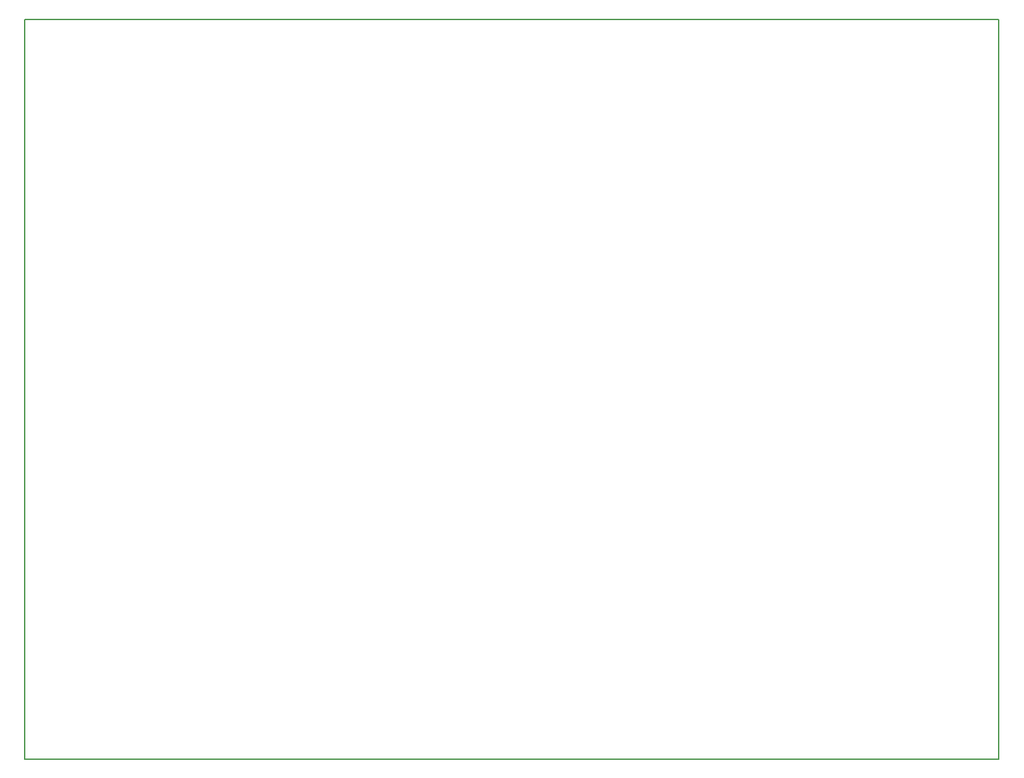
<source format=gbr>
G04 #@! TF.FileFunction,Profile,NP*
%FSLAX46Y46*%
G04 Gerber Fmt 4.6, Leading zero omitted, Abs format (unit mm)*
G04 Created by KiCad (PCBNEW 4.0.5) date 03/28/17 16:12:12*
%MOMM*%
%LPD*%
G01*
G04 APERTURE LIST*
%ADD10C,0.100000*%
%ADD11C,0.150000*%
G04 APERTURE END LIST*
D10*
D11*
X110490000Y-146685000D02*
X237490000Y-146685000D01*
X237490000Y-50292000D02*
X237490000Y-146685000D01*
X110490000Y-50292000D02*
X110490000Y-146685000D01*
X110490000Y-50165000D02*
X237490000Y-50165000D01*
M02*

</source>
